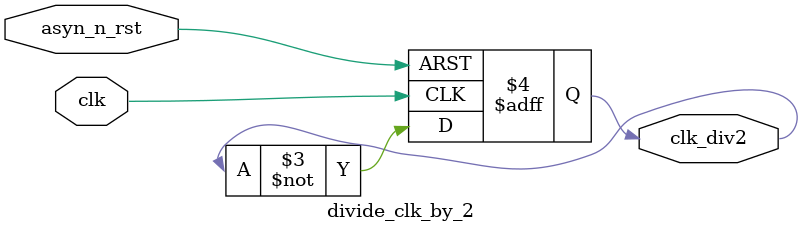
<source format=sv>

module divide_clk_by_2 (input  logic clk,
                        input  logic asyn_n_rst,
                        output logic clk_div2
                       );

// Sequential logic
always_ff @ (posedge clk, negedge asyn_n_rst) begin
    if(!asyn_n_rst)
        clk_div2 <= 1'b0;
    else
        clk_div2 <= ~clk_div2;
end

//End of module
endmodule:divide_clk_by_2

</source>
